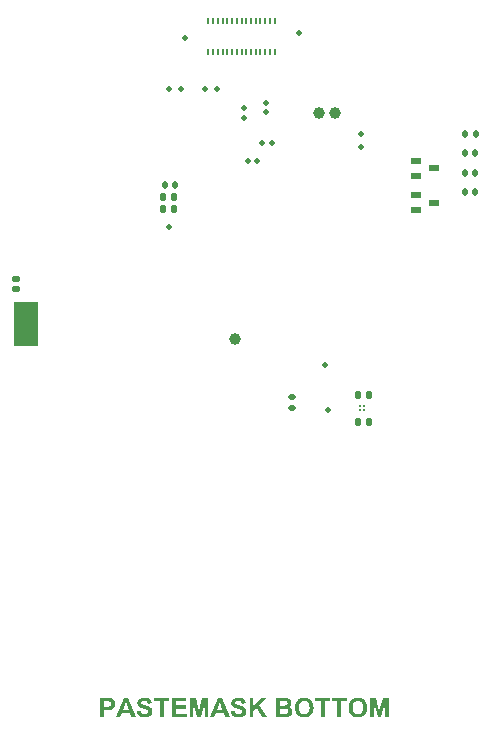
<source format=gbp>
G04*
G04 #@! TF.GenerationSoftware,Altium Limited,Altium Designer,22.5.1 (42)*
G04*
G04 Layer_Color=128*
%FSLAX25Y25*%
%MOIN*%
G70*
G04*
G04 #@! TF.SameCoordinates,7D5A9487-70C0-458F-A832-C6248EDC6538*
G04*
G04*
G04 #@! TF.FilePolarity,Positive*
G04*
G01*
G75*
G04:AMPARAMS|DCode=18|XSize=19.68mil|YSize=23.62mil|CornerRadius=5.12mil|HoleSize=0mil|Usage=FLASHONLY|Rotation=90.000|XOffset=0mil|YOffset=0mil|HoleType=Round|Shape=RoundedRectangle|*
%AMROUNDEDRECTD18*
21,1,0.01968,0.01339,0,0,90.0*
21,1,0.00945,0.02362,0,0,90.0*
1,1,0.01024,0.00669,0.00472*
1,1,0.01024,0.00669,-0.00472*
1,1,0.01024,-0.00669,-0.00472*
1,1,0.01024,-0.00669,0.00472*
%
%ADD18ROUNDEDRECTD18*%
G04:AMPARAMS|DCode=26|XSize=21.26mil|YSize=23.62mil|CornerRadius=5.53mil|HoleSize=0mil|Usage=FLASHONLY|Rotation=270.000|XOffset=0mil|YOffset=0mil|HoleType=Round|Shape=RoundedRectangle|*
%AMROUNDEDRECTD26*
21,1,0.02126,0.01257,0,0,270.0*
21,1,0.01021,0.02362,0,0,270.0*
1,1,0.01106,-0.00628,-0.00510*
1,1,0.01106,-0.00628,0.00510*
1,1,0.01106,0.00628,0.00510*
1,1,0.01106,0.00628,-0.00510*
%
%ADD26ROUNDEDRECTD26*%
%ADD32C,0.00800*%
G04:AMPARAMS|DCode=35|XSize=21.26mil|YSize=23.62mil|CornerRadius=5.53mil|HoleSize=0mil|Usage=FLASHONLY|Rotation=0.000|XOffset=0mil|YOffset=0mil|HoleType=Round|Shape=RoundedRectangle|*
%AMROUNDEDRECTD35*
21,1,0.02126,0.01257,0,0,0.0*
21,1,0.01021,0.02362,0,0,0.0*
1,1,0.01106,0.00510,-0.00628*
1,1,0.01106,-0.00510,-0.00628*
1,1,0.01106,-0.00510,0.00628*
1,1,0.01106,0.00510,0.00628*
%
%ADD35ROUNDEDRECTD35*%
%ADD90C,0.03937*%
%ADD112C,0.02000*%
G04:AMPARAMS|DCode=114|XSize=19.68mil|YSize=23.62mil|CornerRadius=5.12mil|HoleSize=0mil|Usage=FLASHONLY|Rotation=180.000|XOffset=0mil|YOffset=0mil|HoleType=Round|Shape=RoundedRectangle|*
%AMROUNDEDRECTD114*
21,1,0.01968,0.01339,0,0,180.0*
21,1,0.00945,0.02362,0,0,180.0*
1,1,0.01024,-0.00472,0.00669*
1,1,0.01024,0.00472,0.00669*
1,1,0.01024,0.00472,-0.00669*
1,1,0.01024,-0.00472,-0.00669*
%
%ADD114ROUNDEDRECTD114*%
%ADD115R,0.08000X0.15000*%
%ADD116R,0.00906X0.02480*%
%ADD117R,0.03268X0.02047*%
G36*
X34448Y-135958D02*
X34549Y-135967D01*
X34670Y-135977D01*
X34790Y-135995D01*
X34929Y-136014D01*
X35225Y-136078D01*
X35373Y-136125D01*
X35521Y-136171D01*
X35669Y-136236D01*
X35807Y-136310D01*
X35937Y-136393D01*
X36057Y-136485D01*
X36066Y-136495D01*
X36085Y-136513D01*
X36113Y-136541D01*
X36150Y-136578D01*
X36196Y-136633D01*
X36251Y-136698D01*
X36307Y-136772D01*
X36372Y-136855D01*
X36427Y-136957D01*
X36483Y-137059D01*
X36538Y-137179D01*
X36584Y-137309D01*
X36631Y-137438D01*
X36668Y-137586D01*
X36695Y-137734D01*
X36705Y-137901D01*
X35410Y-137947D01*
Y-137938D01*
Y-137928D01*
X35391Y-137864D01*
X35373Y-137780D01*
X35336Y-137679D01*
X35289Y-137558D01*
X35225Y-137447D01*
X35141Y-137336D01*
X35049Y-137244D01*
X35040Y-137235D01*
X35003Y-137207D01*
X34938Y-137170D01*
X34845Y-137133D01*
X34734Y-137096D01*
X34596Y-137059D01*
X34429Y-137031D01*
X34235Y-137022D01*
X34142D01*
X34041Y-137031D01*
X33920Y-137050D01*
X33782Y-137077D01*
X33634Y-137124D01*
X33495Y-137179D01*
X33365Y-137262D01*
X33356Y-137272D01*
X33338Y-137290D01*
X33301Y-137318D01*
X33264Y-137364D01*
X33227Y-137420D01*
X33190Y-137494D01*
X33171Y-137568D01*
X33162Y-137660D01*
Y-137669D01*
Y-137697D01*
X33171Y-137743D01*
X33190Y-137790D01*
X33208Y-137854D01*
X33236Y-137919D01*
X33282Y-137984D01*
X33347Y-138049D01*
X33356Y-138058D01*
X33402Y-138086D01*
X33430Y-138104D01*
X33476Y-138123D01*
X33523Y-138150D01*
X33587Y-138178D01*
X33661Y-138206D01*
X33745Y-138243D01*
X33846Y-138280D01*
X33948Y-138317D01*
X34078Y-138354D01*
X34216Y-138391D01*
X34364Y-138428D01*
X34531Y-138474D01*
X34540D01*
X34577Y-138483D01*
X34623Y-138493D01*
X34688Y-138511D01*
X34762Y-138530D01*
X34855Y-138557D01*
X34956Y-138585D01*
X35058Y-138613D01*
X35280Y-138687D01*
X35511Y-138761D01*
X35733Y-138844D01*
X35826Y-138890D01*
X35918Y-138937D01*
X35928D01*
X35937Y-138946D01*
X35992Y-138983D01*
X36076Y-139038D01*
X36177Y-139112D01*
X36288Y-139205D01*
X36409Y-139316D01*
X36529Y-139445D01*
X36631Y-139593D01*
X36640Y-139612D01*
X36668Y-139667D01*
X36714Y-139751D01*
X36760Y-139871D01*
X36806Y-140019D01*
X36853Y-140195D01*
X36880Y-140389D01*
X36890Y-140611D01*
Y-140620D01*
Y-140639D01*
Y-140666D01*
Y-140703D01*
X36880Y-140750D01*
X36871Y-140814D01*
X36853Y-140944D01*
X36816Y-141110D01*
X36760Y-141286D01*
X36677Y-141462D01*
X36575Y-141647D01*
Y-141656D01*
X36557Y-141665D01*
X36520Y-141721D01*
X36446Y-141813D01*
X36353Y-141915D01*
X36233Y-142035D01*
X36076Y-142146D01*
X35909Y-142257D01*
X35706Y-142359D01*
X35696D01*
X35678Y-142368D01*
X35650Y-142378D01*
X35604Y-142396D01*
X35548Y-142415D01*
X35484Y-142433D01*
X35410Y-142452D01*
X35326Y-142470D01*
X35225Y-142498D01*
X35123Y-142516D01*
X34882Y-142553D01*
X34614Y-142581D01*
X34318Y-142590D01*
X34198D01*
X34115Y-142581D01*
X34013Y-142572D01*
X33902Y-142563D01*
X33772Y-142544D01*
X33634Y-142516D01*
X33328Y-142452D01*
X33171Y-142405D01*
X33023Y-142359D01*
X32866Y-142294D01*
X32718Y-142220D01*
X32579Y-142137D01*
X32450Y-142035D01*
X32440Y-142026D01*
X32422Y-142008D01*
X32385Y-141980D01*
X32348Y-141934D01*
X32292Y-141869D01*
X32237Y-141795D01*
X32172Y-141712D01*
X32107Y-141619D01*
X32043Y-141508D01*
X31978Y-141388D01*
X31913Y-141249D01*
X31848Y-141101D01*
X31802Y-140944D01*
X31747Y-140768D01*
X31710Y-140583D01*
X31682Y-140389D01*
X32940Y-140269D01*
Y-140278D01*
X32949Y-140296D01*
Y-140333D01*
X32958Y-140370D01*
X32995Y-140481D01*
X33042Y-140620D01*
X33097Y-140777D01*
X33180Y-140935D01*
X33273Y-141073D01*
X33393Y-141203D01*
X33412Y-141212D01*
X33458Y-141249D01*
X33532Y-141295D01*
X33643Y-141351D01*
X33782Y-141406D01*
X33939Y-141453D01*
X34124Y-141490D01*
X34337Y-141499D01*
X34438D01*
X34549Y-141480D01*
X34688Y-141462D01*
X34836Y-141434D01*
X34993Y-141388D01*
X35141Y-141323D01*
X35271Y-141240D01*
X35289Y-141231D01*
X35326Y-141194D01*
X35373Y-141138D01*
X35437Y-141064D01*
X35493Y-140972D01*
X35548Y-140861D01*
X35585Y-140750D01*
X35595Y-140620D01*
Y-140611D01*
Y-140583D01*
X35585Y-140537D01*
X35576Y-140481D01*
X35558Y-140426D01*
X35539Y-140361D01*
X35502Y-140296D01*
X35456Y-140232D01*
X35447Y-140222D01*
X35428Y-140204D01*
X35400Y-140176D01*
X35354Y-140139D01*
X35289Y-140093D01*
X35206Y-140047D01*
X35114Y-140000D01*
X34993Y-139954D01*
X34984D01*
X34947Y-139936D01*
X34882Y-139917D01*
X34836Y-139899D01*
X34781Y-139889D01*
X34716Y-139871D01*
X34642Y-139843D01*
X34559Y-139825D01*
X34466Y-139797D01*
X34355Y-139769D01*
X34235Y-139741D01*
X34105Y-139704D01*
X33957Y-139667D01*
X33948D01*
X33911Y-139658D01*
X33856Y-139640D01*
X33791Y-139621D01*
X33708Y-139593D01*
X33606Y-139566D01*
X33504Y-139529D01*
X33384Y-139492D01*
X33143Y-139399D01*
X32912Y-139288D01*
X32792Y-139233D01*
X32690Y-139168D01*
X32588Y-139103D01*
X32505Y-139038D01*
X32496Y-139029D01*
X32477Y-139011D01*
X32450Y-138983D01*
X32413Y-138946D01*
X32366Y-138890D01*
X32320Y-138826D01*
X32265Y-138761D01*
X32218Y-138678D01*
X32107Y-138483D01*
X32015Y-138261D01*
X31978Y-138141D01*
X31950Y-138021D01*
X31932Y-137882D01*
X31922Y-137743D01*
Y-137734D01*
Y-137725D01*
Y-137697D01*
Y-137660D01*
X31941Y-137568D01*
X31959Y-137447D01*
X31987Y-137309D01*
X32033Y-137151D01*
X32098Y-136985D01*
X32191Y-136828D01*
Y-136818D01*
X32200Y-136809D01*
X32246Y-136754D01*
X32302Y-136680D01*
X32394Y-136587D01*
X32505Y-136485D01*
X32644Y-136374D01*
X32801Y-136273D01*
X32986Y-136180D01*
X32995D01*
X33014Y-136171D01*
X33042Y-136162D01*
X33079Y-136143D01*
X33134Y-136125D01*
X33190Y-136106D01*
X33264Y-136088D01*
X33347Y-136060D01*
X33532Y-136023D01*
X33745Y-135986D01*
X33985Y-135958D01*
X34253Y-135949D01*
X34364D01*
X34448Y-135958D01*
D02*
G37*
G36*
X3136Y-135958D02*
X3238Y-135967D01*
X3358Y-135977D01*
X3479Y-135995D01*
X3617Y-136014D01*
X3913Y-136078D01*
X4061Y-136125D01*
X4209Y-136171D01*
X4357Y-136236D01*
X4496Y-136310D01*
X4626Y-136393D01*
X4746Y-136485D01*
X4755Y-136495D01*
X4774Y-136513D01*
X4801Y-136541D01*
X4838Y-136578D01*
X4885Y-136633D01*
X4940Y-136698D01*
X4996Y-136772D01*
X5060Y-136855D01*
X5116Y-136957D01*
X5171Y-137059D01*
X5227Y-137179D01*
X5273Y-137309D01*
X5319Y-137438D01*
X5356Y-137586D01*
X5384Y-137734D01*
X5393Y-137901D01*
X4098Y-137947D01*
Y-137938D01*
Y-137928D01*
X4080Y-137864D01*
X4061Y-137780D01*
X4024Y-137679D01*
X3978Y-137558D01*
X3913Y-137447D01*
X3830Y-137336D01*
X3738Y-137244D01*
X3728Y-137235D01*
X3691Y-137207D01*
X3627Y-137170D01*
X3534Y-137133D01*
X3423Y-137096D01*
X3284Y-137059D01*
X3118Y-137031D01*
X2924Y-137022D01*
X2831D01*
X2729Y-137031D01*
X2609Y-137050D01*
X2470Y-137077D01*
X2322Y-137124D01*
X2184Y-137179D01*
X2054Y-137262D01*
X2045Y-137272D01*
X2026Y-137290D01*
X1989Y-137318D01*
X1952Y-137364D01*
X1915Y-137420D01*
X1878Y-137494D01*
X1860Y-137568D01*
X1851Y-137660D01*
Y-137669D01*
Y-137697D01*
X1860Y-137743D01*
X1878Y-137790D01*
X1897Y-137854D01*
X1925Y-137919D01*
X1971Y-137984D01*
X2036Y-138049D01*
X2045Y-138058D01*
X2091Y-138086D01*
X2119Y-138104D01*
X2165Y-138123D01*
X2211Y-138150D01*
X2276Y-138178D01*
X2350Y-138206D01*
X2433Y-138243D01*
X2535Y-138280D01*
X2637Y-138317D01*
X2766Y-138354D01*
X2905Y-138391D01*
X3053Y-138428D01*
X3220Y-138474D01*
X3229D01*
X3266Y-138483D01*
X3312Y-138493D01*
X3377Y-138511D01*
X3451Y-138530D01*
X3543Y-138557D01*
X3645Y-138585D01*
X3747Y-138613D01*
X3969Y-138687D01*
X4200Y-138761D01*
X4422Y-138844D01*
X4515Y-138890D01*
X4607Y-138937D01*
X4616D01*
X4626Y-138946D01*
X4681Y-138983D01*
X4764Y-139038D01*
X4866Y-139112D01*
X4977Y-139205D01*
X5097Y-139316D01*
X5218Y-139445D01*
X5319Y-139593D01*
X5329Y-139612D01*
X5356Y-139667D01*
X5403Y-139751D01*
X5449Y-139871D01*
X5495Y-140019D01*
X5541Y-140195D01*
X5569Y-140389D01*
X5578Y-140611D01*
Y-140620D01*
Y-140639D01*
Y-140666D01*
Y-140703D01*
X5569Y-140750D01*
X5560Y-140814D01*
X5541Y-140944D01*
X5504Y-141110D01*
X5449Y-141286D01*
X5366Y-141462D01*
X5264Y-141647D01*
Y-141656D01*
X5245Y-141665D01*
X5208Y-141721D01*
X5134Y-141813D01*
X5042Y-141915D01*
X4922Y-142035D01*
X4764Y-142146D01*
X4598Y-142257D01*
X4394Y-142359D01*
X4385D01*
X4367Y-142368D01*
X4339Y-142378D01*
X4293Y-142396D01*
X4237Y-142415D01*
X4172Y-142433D01*
X4098Y-142452D01*
X4015Y-142470D01*
X3913Y-142498D01*
X3812Y-142516D01*
X3571Y-142553D01*
X3303Y-142581D01*
X3007Y-142590D01*
X2887D01*
X2803Y-142581D01*
X2702Y-142572D01*
X2591Y-142563D01*
X2461Y-142544D01*
X2322Y-142516D01*
X2017Y-142452D01*
X1860Y-142405D01*
X1712Y-142359D01*
X1555Y-142294D01*
X1407Y-142220D01*
X1268Y-142137D01*
X1138Y-142035D01*
X1129Y-142026D01*
X1111Y-142008D01*
X1074Y-141980D01*
X1037Y-141934D01*
X981Y-141869D01*
X926Y-141795D01*
X861Y-141712D01*
X796Y-141619D01*
X731Y-141508D01*
X667Y-141388D01*
X602Y-141249D01*
X537Y-141101D01*
X491Y-140944D01*
X435Y-140768D01*
X398Y-140583D01*
X371Y-140389D01*
X1629Y-140269D01*
Y-140278D01*
X1638Y-140296D01*
Y-140333D01*
X1647Y-140370D01*
X1684Y-140481D01*
X1730Y-140620D01*
X1786Y-140777D01*
X1869Y-140935D01*
X1962Y-141073D01*
X2082Y-141203D01*
X2100Y-141212D01*
X2147Y-141249D01*
X2221Y-141295D01*
X2332Y-141351D01*
X2470Y-141406D01*
X2628Y-141453D01*
X2813Y-141490D01*
X3025Y-141499D01*
X3127D01*
X3238Y-141480D01*
X3377Y-141462D01*
X3525Y-141434D01*
X3682Y-141388D01*
X3830Y-141323D01*
X3960Y-141240D01*
X3978Y-141231D01*
X4015Y-141194D01*
X4061Y-141138D01*
X4126Y-141064D01*
X4182Y-140972D01*
X4237Y-140861D01*
X4274Y-140750D01*
X4283Y-140620D01*
Y-140611D01*
Y-140583D01*
X4274Y-140537D01*
X4265Y-140481D01*
X4246Y-140426D01*
X4228Y-140361D01*
X4191Y-140296D01*
X4145Y-140232D01*
X4135Y-140222D01*
X4117Y-140204D01*
X4089Y-140176D01*
X4043Y-140139D01*
X3978Y-140093D01*
X3895Y-140047D01*
X3802Y-140000D01*
X3682Y-139954D01*
X3673D01*
X3636Y-139936D01*
X3571Y-139917D01*
X3525Y-139899D01*
X3469Y-139889D01*
X3405Y-139871D01*
X3331Y-139843D01*
X3247Y-139825D01*
X3155Y-139797D01*
X3044Y-139769D01*
X2924Y-139741D01*
X2794Y-139704D01*
X2646Y-139667D01*
X2637D01*
X2600Y-139658D01*
X2544Y-139640D01*
X2480Y-139621D01*
X2396Y-139593D01*
X2295Y-139566D01*
X2193Y-139529D01*
X2073Y-139492D01*
X1832Y-139399D01*
X1601Y-139288D01*
X1481Y-139233D01*
X1379Y-139168D01*
X1277Y-139103D01*
X1194Y-139038D01*
X1185Y-139029D01*
X1166Y-139011D01*
X1138Y-138983D01*
X1101Y-138946D01*
X1055Y-138890D01*
X1009Y-138826D01*
X953Y-138761D01*
X907Y-138678D01*
X796Y-138483D01*
X704Y-138261D01*
X667Y-138141D01*
X639Y-138021D01*
X620Y-137882D01*
X611Y-137743D01*
Y-137734D01*
Y-137725D01*
Y-137697D01*
Y-137660D01*
X630Y-137568D01*
X648Y-137447D01*
X676Y-137309D01*
X722Y-137151D01*
X787Y-136985D01*
X879Y-136828D01*
Y-136818D01*
X889Y-136809D01*
X935Y-136754D01*
X990Y-136680D01*
X1083Y-136587D01*
X1194Y-136485D01*
X1333Y-136374D01*
X1490Y-136273D01*
X1675Y-136180D01*
X1684D01*
X1703Y-136171D01*
X1730Y-136162D01*
X1767Y-136143D01*
X1823Y-136125D01*
X1878Y-136106D01*
X1952Y-136088D01*
X2036Y-136060D01*
X2221Y-136023D01*
X2433Y-135986D01*
X2674Y-135958D01*
X2942Y-135949D01*
X3053D01*
X3136Y-135958D01*
D02*
G37*
G36*
X41228Y-138567D02*
X43772Y-142470D01*
X42097D01*
X40331Y-139464D01*
X39285Y-140537D01*
Y-142470D01*
X37990D01*
Y-136069D01*
X39285D01*
Y-138918D01*
X41912Y-136069D01*
X43651D01*
X41228Y-138567D01*
D02*
G37*
G36*
X84379Y-142470D02*
X83186D01*
X83177Y-137438D01*
X81919Y-142470D01*
X80670D01*
X79412Y-137438D01*
Y-142470D01*
X78219D01*
Y-136069D01*
X80152D01*
X81299Y-140444D01*
X82437Y-136069D01*
X84379D01*
Y-142470D01*
D02*
G37*
G36*
X24254Y-142470D02*
X23061D01*
X23052Y-137438D01*
X21794Y-142470D01*
X20545D01*
X19287Y-137438D01*
Y-142470D01*
X18094D01*
Y-136069D01*
X20027D01*
X21174Y-140444D01*
X22312Y-136069D01*
X24254D01*
Y-142470D01*
D02*
G37*
G36*
X70439Y-137151D02*
X68552D01*
Y-142470D01*
X67257D01*
Y-137151D01*
X65361D01*
Y-136069D01*
X70439D01*
Y-137151D01*
D02*
G37*
G36*
X64973D02*
X63086D01*
Y-142470D01*
X61791D01*
Y-137151D01*
X59894D01*
Y-136069D01*
X64973D01*
Y-137151D01*
D02*
G37*
G36*
X49914Y-136078D02*
X50099Y-136088D01*
X50284Y-136097D01*
X50459Y-136115D01*
X50617Y-136134D01*
X50635D01*
X50681Y-136143D01*
X50746Y-136162D01*
X50839Y-136189D01*
X50940Y-136226D01*
X51051Y-136273D01*
X51172Y-136328D01*
X51283Y-136402D01*
X51292Y-136411D01*
X51329Y-136439D01*
X51384Y-136485D01*
X51458Y-136541D01*
X51532Y-136624D01*
X51616Y-136717D01*
X51699Y-136818D01*
X51773Y-136939D01*
X51782Y-136957D01*
X51801Y-136994D01*
X51838Y-137068D01*
X51875Y-137161D01*
X51912Y-137272D01*
X51949Y-137392D01*
X51967Y-137540D01*
X51976Y-137688D01*
Y-137697D01*
Y-137706D01*
Y-137762D01*
X51967Y-137845D01*
X51949Y-137956D01*
X51912Y-138086D01*
X51875Y-138224D01*
X51810Y-138363D01*
X51727Y-138511D01*
X51717Y-138530D01*
X51680Y-138576D01*
X51625Y-138641D01*
X51560Y-138724D01*
X51468Y-138807D01*
X51357Y-138909D01*
X51227Y-138992D01*
X51079Y-139075D01*
X51088D01*
X51107Y-139085D01*
X51135Y-139094D01*
X51172Y-139103D01*
X51283Y-139149D01*
X51412Y-139214D01*
X51551Y-139288D01*
X51708Y-139390D01*
X51847Y-139510D01*
X51976Y-139658D01*
X51986Y-139677D01*
X52023Y-139732D01*
X52078Y-139815D01*
X52134Y-139926D01*
X52189Y-140074D01*
X52245Y-140232D01*
X52282Y-140417D01*
X52291Y-140620D01*
Y-140629D01*
Y-140639D01*
Y-140694D01*
X52282Y-140777D01*
X52263Y-140888D01*
X52245Y-141018D01*
X52208Y-141166D01*
X52152Y-141314D01*
X52087Y-141471D01*
X52078Y-141490D01*
X52050Y-141536D01*
X52004Y-141610D01*
X51939Y-141702D01*
X51865Y-141813D01*
X51764Y-141915D01*
X51662Y-142026D01*
X51532Y-142128D01*
X51514Y-142137D01*
X51468Y-142165D01*
X51394Y-142211D01*
X51292Y-142257D01*
X51162Y-142313D01*
X51014Y-142359D01*
X50848Y-142405D01*
X50663Y-142433D01*
X50626D01*
X50589Y-142442D01*
X50496D01*
X50432Y-142452D01*
X50256D01*
X50145Y-142461D01*
X49867D01*
X49710Y-142470D01*
X46935D01*
Y-136069D01*
X49747D01*
X49914Y-136078D01*
D02*
G37*
G36*
X31330Y-142470D02*
X29934D01*
X29379Y-141018D01*
X26807D01*
X26280Y-142470D01*
X24911D01*
X27390Y-136069D01*
X28759D01*
X31330Y-142470D01*
D02*
G37*
G36*
X16891Y-137151D02*
X13441Y-137151D01*
Y-138567D01*
X16651D01*
Y-139649D01*
X13441D01*
Y-141388D01*
X17011Y-141388D01*
Y-142470D01*
X12146Y-142470D01*
Y-136069D01*
X16891Y-136069D01*
Y-137151D01*
D02*
G37*
G36*
X11304Y-137151D02*
X9417D01*
Y-142470D01*
X8122D01*
Y-137151D01*
X6226D01*
Y-136069D01*
X11304D01*
Y-137151D01*
D02*
G37*
G36*
X19Y-142470D02*
X-1378D01*
X-1933Y-141018D01*
X-4504D01*
X-5031Y-142470D01*
X-6400D01*
X-3921Y-136069D01*
X-2552D01*
X19Y-142470D01*
D02*
G37*
G36*
X-9249Y-136078D02*
X-9009D01*
X-8750Y-136097D01*
X-8491Y-136115D01*
X-8380Y-136125D01*
X-8269Y-136134D01*
X-8176Y-136152D01*
X-8102Y-136171D01*
X-8093D01*
X-8075Y-136180D01*
X-8047Y-136189D01*
X-8010Y-136199D01*
X-7908Y-136245D01*
X-7779Y-136300D01*
X-7640Y-136384D01*
X-7483Y-136495D01*
X-7335Y-136633D01*
X-7187Y-136800D01*
Y-136809D01*
X-7168Y-136818D01*
X-7150Y-136846D01*
X-7131Y-136883D01*
X-7094Y-136939D01*
X-7066Y-136994D01*
X-7029Y-137059D01*
X-6992Y-137133D01*
X-6928Y-137318D01*
X-6863Y-137521D01*
X-6826Y-137771D01*
X-6807Y-138039D01*
Y-138049D01*
Y-138067D01*
Y-138095D01*
Y-138141D01*
X-6817Y-138187D01*
Y-138252D01*
X-6835Y-138382D01*
X-6863Y-138539D01*
X-6900Y-138715D01*
X-6955Y-138881D01*
X-7029Y-139038D01*
X-7039Y-139057D01*
X-7066Y-139103D01*
X-7113Y-139177D01*
X-7177Y-139270D01*
X-7251Y-139362D01*
X-7353Y-139473D01*
X-7455Y-139575D01*
X-7575Y-139667D01*
X-7594Y-139677D01*
X-7631Y-139704D01*
X-7695Y-139741D01*
X-7779Y-139788D01*
X-7880Y-139843D01*
X-7991Y-139889D01*
X-8112Y-139936D01*
X-8241Y-139973D01*
X-8260D01*
X-8287Y-139982D01*
X-8324D01*
X-8371Y-139991D01*
X-8435Y-140000D01*
X-8500Y-140010D01*
X-8583D01*
X-8667Y-140019D01*
X-8768Y-140028D01*
X-8879Y-140037D01*
X-9000Y-140047D01*
X-9129D01*
X-9268Y-140056D01*
X-10415D01*
Y-142470D01*
X-11710D01*
Y-136069D01*
X-9351D01*
X-9249Y-136078D01*
D02*
G37*
G36*
X74241Y-135958D02*
X74334D01*
X74454Y-135977D01*
X74593Y-135995D01*
X74750Y-136023D01*
X74916Y-136060D01*
X75092Y-136106D01*
X75277Y-136162D01*
X75462Y-136236D01*
X75656Y-136319D01*
X75841Y-136421D01*
X76026Y-136541D01*
X76202Y-136680D01*
X76369Y-136837D01*
X76378Y-136846D01*
X76406Y-136874D01*
X76452Y-136929D01*
X76498Y-136994D01*
X76563Y-137087D01*
X76637Y-137198D01*
X76711Y-137327D01*
X76794Y-137475D01*
X76877Y-137632D01*
X76951Y-137817D01*
X77025Y-138021D01*
X77090Y-138234D01*
X77146Y-138474D01*
X77183Y-138724D01*
X77210Y-138992D01*
X77220Y-139279D01*
Y-139297D01*
Y-139344D01*
X77210Y-139427D01*
Y-139538D01*
X77192Y-139667D01*
X77173Y-139815D01*
X77146Y-139991D01*
X77118Y-140167D01*
X77072Y-140361D01*
X77016Y-140565D01*
X76942Y-140768D01*
X76859Y-140972D01*
X76766Y-141166D01*
X76646Y-141360D01*
X76517Y-141545D01*
X76369Y-141721D01*
X76359Y-141730D01*
X76332Y-141758D01*
X76285Y-141804D01*
X76211Y-141860D01*
X76128Y-141924D01*
X76026Y-141998D01*
X75906Y-142072D01*
X75777Y-142156D01*
X75619Y-142239D01*
X75453Y-142313D01*
X75268Y-142387D01*
X75064Y-142452D01*
X74852Y-142507D01*
X74620Y-142553D01*
X74380Y-142581D01*
X74121Y-142590D01*
X74056Y-142590D01*
X73982Y-142581D01*
X73890Y-142572D01*
X73769Y-142563D01*
X73631Y-142544D01*
X73473Y-142516D01*
X73307Y-142479D01*
X73122Y-142433D01*
X72946Y-142378D01*
X72752Y-142304D01*
X72567Y-142220D01*
X72373Y-142128D01*
X72197Y-142008D01*
X72021Y-141878D01*
X71855Y-141721D01*
X71845Y-141712D01*
X71818Y-141684D01*
X71781Y-141628D01*
X71725Y-141564D01*
X71660Y-141471D01*
X71586Y-141360D01*
X71512Y-141240D01*
X71438Y-141092D01*
X71355Y-140935D01*
X71281Y-140750D01*
X71207Y-140555D01*
X71142Y-140343D01*
X71087Y-140111D01*
X71050Y-139862D01*
X71022Y-139593D01*
X71013Y-139316D01*
Y-139307D01*
Y-139270D01*
Y-139223D01*
X71022Y-139149D01*
Y-139066D01*
X71031Y-138974D01*
X71041Y-138863D01*
X71050Y-138742D01*
X71087Y-138483D01*
X71133Y-138206D01*
X71207Y-137928D01*
X71300Y-137669D01*
Y-137660D01*
X71309Y-137651D01*
X71327Y-137623D01*
X71337Y-137586D01*
X71392Y-137494D01*
X71457Y-137373D01*
X71540Y-137235D01*
X71642Y-137096D01*
X71762Y-136939D01*
X71892Y-136791D01*
X71901Y-136781D01*
X71910Y-136772D01*
X71956Y-136726D01*
X72040Y-136652D01*
X72141Y-136569D01*
X72262Y-136476D01*
X72400Y-136374D01*
X72558Y-136282D01*
X72724Y-136208D01*
X72733D01*
X72752Y-136199D01*
X72789Y-136180D01*
X72835Y-136171D01*
X72891Y-136143D01*
X72955Y-136125D01*
X73039Y-136106D01*
X73122Y-136078D01*
X73325Y-136032D01*
X73557Y-135986D01*
X73825Y-135958D01*
X74102Y-135949D01*
X74167D01*
X74241Y-135958D01*
D02*
G37*
G36*
X56352Y-135958D02*
X56444D01*
X56564Y-135977D01*
X56703Y-135995D01*
X56860Y-136023D01*
X57027Y-136060D01*
X57203Y-136106D01*
X57388Y-136162D01*
X57573Y-136236D01*
X57767Y-136319D01*
X57952Y-136421D01*
X58137Y-136541D01*
X58313Y-136680D01*
X58479Y-136837D01*
X58488Y-136846D01*
X58516Y-136874D01*
X58562Y-136929D01*
X58609Y-136994D01*
X58673Y-137087D01*
X58747Y-137198D01*
X58821Y-137327D01*
X58905Y-137475D01*
X58988Y-137632D01*
X59062Y-137817D01*
X59136Y-138021D01*
X59201Y-138234D01*
X59256Y-138474D01*
X59293Y-138724D01*
X59321Y-138992D01*
X59330Y-139279D01*
Y-139297D01*
Y-139344D01*
X59321Y-139427D01*
Y-139538D01*
X59302Y-139667D01*
X59284Y-139815D01*
X59256Y-139991D01*
X59228Y-140167D01*
X59182Y-140361D01*
X59127Y-140565D01*
X59053Y-140768D01*
X58969Y-140972D01*
X58877Y-141166D01*
X58757Y-141360D01*
X58627Y-141545D01*
X58479Y-141721D01*
X58470Y-141730D01*
X58442Y-141758D01*
X58396Y-141804D01*
X58322Y-141860D01*
X58239Y-141924D01*
X58137Y-141998D01*
X58017Y-142072D01*
X57887Y-142156D01*
X57730Y-142239D01*
X57563Y-142313D01*
X57378Y-142387D01*
X57175Y-142452D01*
X56962Y-142507D01*
X56731Y-142553D01*
X56490Y-142581D01*
X56231Y-142590D01*
X56167D01*
X56093Y-142581D01*
X56000Y-142572D01*
X55880Y-142563D01*
X55741Y-142544D01*
X55584Y-142516D01*
X55417Y-142479D01*
X55232Y-142433D01*
X55057Y-142378D01*
X54862Y-142304D01*
X54677Y-142220D01*
X54483Y-142128D01*
X54307Y-142008D01*
X54132Y-141878D01*
X53965Y-141721D01*
X53956Y-141712D01*
X53928Y-141684D01*
X53891Y-141628D01*
X53836Y-141564D01*
X53771Y-141471D01*
X53697Y-141360D01*
X53623Y-141240D01*
X53549Y-141092D01*
X53466Y-140935D01*
X53392Y-140750D01*
X53318Y-140555D01*
X53253Y-140343D01*
X53197Y-140111D01*
X53160Y-139862D01*
X53133Y-139593D01*
X53123Y-139316D01*
Y-139307D01*
Y-139270D01*
Y-139223D01*
X53133Y-139149D01*
Y-139066D01*
X53142Y-138974D01*
X53151Y-138863D01*
X53160Y-138742D01*
X53197Y-138483D01*
X53244Y-138206D01*
X53318Y-137928D01*
X53410Y-137669D01*
Y-137660D01*
X53419Y-137651D01*
X53438Y-137623D01*
X53447Y-137586D01*
X53503Y-137494D01*
X53567Y-137373D01*
X53651Y-137235D01*
X53752Y-137096D01*
X53873Y-136939D01*
X54002Y-136791D01*
X54011Y-136781D01*
X54021Y-136772D01*
X54067Y-136726D01*
X54150Y-136652D01*
X54252Y-136569D01*
X54372Y-136476D01*
X54511Y-136374D01*
X54668Y-136282D01*
X54835Y-136208D01*
X54844D01*
X54862Y-136199D01*
X54899Y-136180D01*
X54946Y-136171D01*
X55001Y-136143D01*
X55066Y-136125D01*
X55149Y-136106D01*
X55232Y-136078D01*
X55436Y-136032D01*
X55667Y-135986D01*
X55935Y-135958D01*
X56213Y-135949D01*
X56278D01*
X56352Y-135958D01*
D02*
G37*
%LPC*%
G36*
X49516Y-137133D02*
X48230D01*
Y-138613D01*
X49470D01*
X49627Y-138604D01*
X49914D01*
X49969Y-138594D01*
X50025D01*
X50062Y-138585D01*
X50117Y-138576D01*
X50200Y-138548D01*
X50284Y-138520D01*
X50367Y-138483D01*
X50450Y-138437D01*
X50524Y-138372D01*
X50533Y-138363D01*
X50552Y-138335D01*
X50589Y-138298D01*
X50626Y-138234D01*
X50654Y-138160D01*
X50691Y-138076D01*
X50709Y-137975D01*
X50718Y-137864D01*
Y-137854D01*
Y-137817D01*
X50709Y-137762D01*
X50700Y-137688D01*
X50681Y-137614D01*
X50644Y-137540D01*
X50607Y-137457D01*
X50552Y-137383D01*
X50543Y-137373D01*
X50524Y-137355D01*
X50478Y-137318D01*
X50432Y-137281D01*
X50358Y-137244D01*
X50274Y-137207D01*
X50173Y-137179D01*
X50062Y-137161D01*
X50052D01*
X50015Y-137151D01*
X49914D01*
X49858Y-137142D01*
X49618D01*
X49516Y-137133D01*
D02*
G37*
G36*
X49571Y-139677D02*
X48230D01*
Y-141388D01*
X49655D01*
X49793Y-141379D01*
X49941D01*
X50089Y-141369D01*
X50210Y-141360D01*
X50265D01*
X50302Y-141351D01*
X50311D01*
X50348Y-141342D01*
X50404Y-141323D01*
X50469Y-141305D01*
X50543Y-141268D01*
X50626Y-141221D01*
X50700Y-141166D01*
X50774Y-141101D01*
X50783Y-141092D01*
X50802Y-141064D01*
X50829Y-141018D01*
X50866Y-140953D01*
X50903Y-140879D01*
X50931Y-140787D01*
X50950Y-140676D01*
X50959Y-140555D01*
Y-140546D01*
Y-140509D01*
X50950Y-140454D01*
X50940Y-140389D01*
X50922Y-140306D01*
X50894Y-140232D01*
X50857Y-140148D01*
X50811Y-140065D01*
X50802Y-140056D01*
X50783Y-140028D01*
X50755Y-139991D01*
X50709Y-139954D01*
X50654Y-139899D01*
X50580Y-139852D01*
X50496Y-139806D01*
X50404Y-139769D01*
X50395D01*
X50348Y-139751D01*
X50274Y-139741D01*
X50228Y-139732D01*
X50163Y-139723D01*
X50099Y-139714D01*
X50015Y-139704D01*
X49923Y-139695D01*
X49812D01*
X49701Y-139686D01*
X49571Y-139677D01*
D02*
G37*
G36*
X28065Y-137558D02*
X27196Y-139936D01*
X28962D01*
X28065Y-137558D01*
D02*
G37*
G36*
X-3246Y-137558D02*
X-4116Y-139936D01*
X-2349D01*
X-3246Y-137558D01*
D02*
G37*
G36*
X-9453Y-137151D02*
X-10415D01*
Y-138974D01*
X-9527D01*
X-9462Y-138964D01*
X-9296D01*
X-9129Y-138955D01*
X-8963Y-138937D01*
X-8815Y-138909D01*
X-8750Y-138900D01*
X-8694Y-138881D01*
X-8685Y-138872D01*
X-8648Y-138863D01*
X-8602Y-138835D01*
X-8546Y-138807D01*
X-8482Y-138761D01*
X-8417Y-138705D01*
X-8343Y-138641D01*
X-8287Y-138567D01*
X-8278Y-138557D01*
X-8260Y-138530D01*
X-8241Y-138483D01*
X-8213Y-138419D01*
X-8186Y-138345D01*
X-8158Y-138261D01*
X-8149Y-138169D01*
X-8139Y-138067D01*
Y-138049D01*
Y-138012D01*
X-8149Y-137947D01*
X-8167Y-137864D01*
X-8195Y-137771D01*
X-8232Y-137669D01*
X-8278Y-137577D01*
X-8352Y-137484D01*
X-8361Y-137475D01*
X-8389Y-137447D01*
X-8435Y-137410D01*
X-8491Y-137364D01*
X-8565Y-137309D01*
X-8657Y-137262D01*
X-8759Y-137225D01*
X-8870Y-137198D01*
X-8879D01*
X-8916Y-137188D01*
X-8981Y-137179D01*
X-9074Y-137170D01*
X-9194D01*
X-9277Y-137161D01*
X-9360D01*
X-9453Y-137151D01*
D02*
G37*
G36*
X74121Y-137050D02*
X74047Y-137050D01*
X73991Y-137059D01*
X73917Y-137068D01*
X73843Y-137077D01*
X73658Y-137114D01*
X73455Y-137188D01*
X73344Y-137225D01*
X73233Y-137281D01*
X73131Y-137346D01*
X73020Y-137420D01*
X72918Y-137503D01*
X72826Y-137605D01*
X72817Y-137614D01*
X72807Y-137632D01*
X72780Y-137660D01*
X72752Y-137706D01*
X72715Y-137771D01*
X72678Y-137836D01*
X72632Y-137919D01*
X72585Y-138021D01*
X72539Y-138132D01*
X72493Y-138252D01*
X72456Y-138391D01*
X72419Y-138539D01*
X72391Y-138705D01*
X72363Y-138881D01*
X72354Y-139066D01*
X72345Y-139270D01*
Y-139279D01*
Y-139316D01*
Y-139371D01*
X72354Y-139445D01*
X72363Y-139538D01*
X72373Y-139649D01*
X72391Y-139760D01*
X72410Y-139889D01*
X72465Y-140158D01*
X72558Y-140426D01*
X72613Y-140565D01*
X72678Y-140694D01*
X72761Y-140814D01*
X72844Y-140925D01*
X72854Y-140935D01*
X72872Y-140953D01*
X72900Y-140981D01*
X72937Y-141009D01*
X72983Y-141055D01*
X73048Y-141101D01*
X73113Y-141157D01*
X73196Y-141203D01*
X73372Y-141314D01*
X73594Y-141397D01*
X73714Y-141434D01*
X73843Y-141462D01*
X73982Y-141480D01*
X74121Y-141490D01*
X74195D01*
X74250Y-141480D01*
X74315Y-141471D01*
X74389Y-141462D01*
X74565Y-141416D01*
X74768Y-141351D01*
X74870Y-141305D01*
X74981Y-141258D01*
X75083Y-141194D01*
X75194Y-141120D01*
X75296Y-141036D01*
X75388Y-140935D01*
X75397Y-140925D01*
X75407Y-140907D01*
X75434Y-140879D01*
X75462Y-140833D01*
X75508Y-140768D01*
X75545Y-140694D01*
X75592Y-140611D01*
X75638Y-140509D01*
X75684Y-140398D01*
X75730Y-140278D01*
X75777Y-140139D01*
X75814Y-139982D01*
X75841Y-139825D01*
X75869Y-139649D01*
X75878Y-139455D01*
X75888Y-139251D01*
Y-139242D01*
Y-139205D01*
Y-139149D01*
X75878Y-139066D01*
X75869Y-138974D01*
X75860Y-138872D01*
X75851Y-138752D01*
X75823Y-138631D01*
X75767Y-138363D01*
X75684Y-138086D01*
X75629Y-137947D01*
X75564Y-137827D01*
X75481Y-137706D01*
X75397Y-137595D01*
X75388Y-137586D01*
X75379Y-137568D01*
X75351Y-137549D01*
X75314Y-137512D01*
X75259Y-137466D01*
X75203Y-137420D01*
X75138Y-137373D01*
X75055Y-137318D01*
X74972Y-137272D01*
X74870Y-137225D01*
X74657Y-137133D01*
X74537Y-137096D01*
X74408Y-137077D01*
X74269Y-137059D01*
X74121Y-137050D01*
D02*
G37*
G36*
X56231Y-137050D02*
X56157D01*
X56102Y-137059D01*
X56028Y-137068D01*
X55954Y-137077D01*
X55769Y-137114D01*
X55565Y-137188D01*
X55454Y-137225D01*
X55343Y-137281D01*
X55242Y-137346D01*
X55131Y-137420D01*
X55029Y-137503D01*
X54936Y-137605D01*
X54927Y-137614D01*
X54918Y-137632D01*
X54890Y-137660D01*
X54862Y-137706D01*
X54825Y-137771D01*
X54788Y-137836D01*
X54742Y-137919D01*
X54696Y-138021D01*
X54650Y-138132D01*
X54603Y-138252D01*
X54566Y-138391D01*
X54529Y-138539D01*
X54502Y-138705D01*
X54474Y-138881D01*
X54465Y-139066D01*
X54455Y-139270D01*
Y-139279D01*
Y-139316D01*
Y-139371D01*
X54465Y-139445D01*
X54474Y-139538D01*
X54483Y-139649D01*
X54502Y-139760D01*
X54520Y-139889D01*
X54576Y-140158D01*
X54668Y-140426D01*
X54724Y-140565D01*
X54788Y-140694D01*
X54872Y-140814D01*
X54955Y-140925D01*
X54964Y-140935D01*
X54983Y-140953D01*
X55010Y-140981D01*
X55047Y-141009D01*
X55094Y-141055D01*
X55158Y-141101D01*
X55223Y-141157D01*
X55306Y-141203D01*
X55482Y-141314D01*
X55704Y-141397D01*
X55824Y-141434D01*
X55954Y-141462D01*
X56093Y-141480D01*
X56231Y-141490D01*
X56305D01*
X56361Y-141480D01*
X56426Y-141471D01*
X56500Y-141462D01*
X56675Y-141416D01*
X56879Y-141351D01*
X56981Y-141305D01*
X57092Y-141258D01*
X57193Y-141194D01*
X57304Y-141120D01*
X57406Y-141036D01*
X57499Y-140935D01*
X57508Y-140925D01*
X57517Y-140907D01*
X57545Y-140879D01*
X57573Y-140833D01*
X57619Y-140768D01*
X57656Y-140694D01*
X57702Y-140611D01*
X57748Y-140509D01*
X57795Y-140398D01*
X57841Y-140278D01*
X57887Y-140139D01*
X57924Y-139982D01*
X57952Y-139825D01*
X57980Y-139649D01*
X57989Y-139455D01*
X57998Y-139251D01*
Y-139242D01*
Y-139205D01*
Y-139149D01*
X57989Y-139066D01*
X57980Y-138974D01*
X57970Y-138872D01*
X57961Y-138752D01*
X57933Y-138631D01*
X57878Y-138363D01*
X57795Y-138086D01*
X57739Y-137947D01*
X57674Y-137827D01*
X57591Y-137706D01*
X57508Y-137595D01*
X57499Y-137586D01*
X57489Y-137568D01*
X57462Y-137549D01*
X57425Y-137512D01*
X57369Y-137466D01*
X57314Y-137420D01*
X57249Y-137373D01*
X57166Y-137318D01*
X57082Y-137272D01*
X56981Y-137225D01*
X56768Y-137133D01*
X56648Y-137096D01*
X56518Y-137077D01*
X56379Y-137059D01*
X56231Y-137050D01*
D02*
G37*
%LPD*%
D18*
X51999Y-39272D02*
D03*
Y-35728D02*
D03*
D26*
X-40000Y3693D02*
D03*
Y307D02*
D03*
D32*
X76053Y-40189D02*
D03*
X76053Y-38811D02*
D03*
X74675Y-40189D02*
D03*
X74675Y-38811D02*
D03*
D35*
X12693Y31000D02*
D03*
X9307D02*
D03*
X12693Y27000D02*
D03*
X9307D02*
D03*
X74307Y-35000D02*
D03*
X77693D02*
D03*
X74307Y-44000D02*
D03*
X77693D02*
D03*
D90*
X33000Y-16500D02*
D03*
X61000Y59000D02*
D03*
X66500D02*
D03*
D112*
X36300Y60700D02*
D03*
Y57400D02*
D03*
X16500Y84000D02*
D03*
X54500Y85500D02*
D03*
X37500Y43000D02*
D03*
X40500D02*
D03*
X43600Y62400D02*
D03*
Y59100D02*
D03*
X42000Y49000D02*
D03*
X45500D02*
D03*
X11000Y21000D02*
D03*
X75000Y52000D02*
D03*
Y47500D02*
D03*
X63000Y-25000D02*
D03*
X64000Y-40000D02*
D03*
X15000Y66752D02*
D03*
X23000D02*
D03*
X27000D02*
D03*
X11000D02*
D03*
D114*
X9728Y34999D02*
D03*
X13272D02*
D03*
X113335Y52000D02*
D03*
X109792D02*
D03*
X109697Y45500D02*
D03*
X113240D02*
D03*
X109729Y39000D02*
D03*
X113272D02*
D03*
X113241Y32516D02*
D03*
X109698D02*
D03*
D115*
X-36500Y-11500D02*
D03*
D116*
X24311Y79135D02*
D03*
Y89568D02*
D03*
X25885Y79135D02*
D03*
Y89568D02*
D03*
X27460Y79135D02*
D03*
Y89568D02*
D03*
X29035Y79135D02*
D03*
Y89568D02*
D03*
X30610Y79135D02*
D03*
Y89568D02*
D03*
X32185Y79135D02*
D03*
Y89568D02*
D03*
X33759Y79135D02*
D03*
Y89568D02*
D03*
X35334Y79135D02*
D03*
Y89568D02*
D03*
X36909Y79135D02*
D03*
Y89568D02*
D03*
X38484Y79135D02*
D03*
Y89568D02*
D03*
X40059Y79135D02*
D03*
Y89568D02*
D03*
X41633Y79135D02*
D03*
Y89568D02*
D03*
X43208Y79135D02*
D03*
Y89568D02*
D03*
X44783Y79135D02*
D03*
Y89568D02*
D03*
X46358Y79135D02*
D03*
Y89568D02*
D03*
D117*
X99394Y40500D02*
D03*
X93606Y43059D02*
D03*
Y37941D02*
D03*
X93606Y26441D02*
D03*
Y31559D02*
D03*
X99394Y29000D02*
D03*
M02*

</source>
